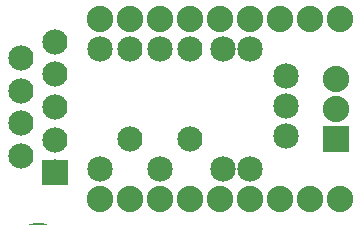
<source format=gts>
G04 MADE WITH FRITZING*
G04 WWW.FRITZING.ORG*
G04 DOUBLE SIDED*
G04 HOLES PLATED*
G04 CONTOUR ON CENTER OF CONTOUR VECTOR*
%ASAXBY*%
%FSLAX23Y23*%
%MOIN*%
%OFA0B0*%
%SFA1.0B1.0*%
%ADD10C,0.084000*%
%ADD11C,0.088000*%
%ADD12C,0.085000*%
%ADD13R,0.088000X0.088000*%
%ADD14R,0.001000X0.001000*%
%LNMASK1*%
G90*
G70*
G54D10*
X194Y172D03*
X194Y281D03*
X194Y390D03*
X194Y499D03*
X194Y608D03*
X82Y227D03*
X82Y336D03*
X82Y445D03*
X82Y554D03*
X194Y172D03*
X194Y281D03*
X194Y390D03*
X194Y499D03*
X194Y608D03*
X82Y227D03*
X82Y336D03*
X82Y445D03*
X82Y554D03*
G54D11*
X1146Y685D03*
X1046Y685D03*
X946Y685D03*
X846Y685D03*
X746Y685D03*
X646Y685D03*
X546Y685D03*
X446Y685D03*
X346Y685D03*
X346Y85D03*
X446Y85D03*
X546Y85D03*
X646Y85D03*
X746Y85D03*
X846Y85D03*
X946Y85D03*
X1046Y85D03*
X1146Y85D03*
G54D12*
X964Y294D03*
X964Y394D03*
X964Y494D03*
X546Y184D03*
X546Y584D03*
X346Y584D03*
X346Y184D03*
X844Y584D03*
X844Y184D03*
X755Y583D03*
X755Y183D03*
G54D10*
X646Y284D03*
X646Y584D03*
X646Y284D03*
X646Y584D03*
X446Y284D03*
X446Y584D03*
X446Y284D03*
X446Y584D03*
G54D11*
X1130Y284D03*
X1130Y384D03*
X1130Y484D03*
G54D13*
X1130Y284D03*
G54D14*
X153Y214D02*
X236Y214D01*
X153Y213D02*
X236Y213D01*
X153Y212D02*
X236Y212D01*
X153Y211D02*
X236Y211D01*
X153Y210D02*
X236Y210D01*
X153Y209D02*
X236Y209D01*
X153Y208D02*
X236Y208D01*
X153Y207D02*
X236Y207D01*
X153Y206D02*
X236Y206D01*
X153Y205D02*
X236Y205D01*
X153Y204D02*
X236Y204D01*
X153Y203D02*
X236Y203D01*
X153Y202D02*
X236Y202D01*
X153Y201D02*
X236Y201D01*
X153Y200D02*
X236Y200D01*
X153Y199D02*
X236Y199D01*
X153Y198D02*
X236Y198D01*
X153Y197D02*
X236Y197D01*
X153Y196D02*
X236Y196D01*
X153Y195D02*
X236Y195D01*
X153Y194D02*
X236Y194D01*
X153Y193D02*
X236Y193D01*
X153Y192D02*
X236Y192D01*
X153Y191D02*
X236Y191D01*
X153Y190D02*
X236Y190D01*
X153Y189D02*
X236Y189D01*
X153Y188D02*
X236Y188D01*
X153Y187D02*
X190Y187D01*
X199Y187D02*
X236Y187D01*
X153Y186D02*
X187Y186D01*
X202Y186D02*
X236Y186D01*
X153Y185D02*
X185Y185D01*
X203Y185D02*
X236Y185D01*
X153Y184D02*
X184Y184D01*
X204Y184D02*
X236Y184D01*
X153Y183D02*
X183Y183D01*
X206Y183D02*
X236Y183D01*
X153Y182D02*
X182Y182D01*
X206Y182D02*
X236Y182D01*
X153Y181D02*
X181Y181D01*
X207Y181D02*
X236Y181D01*
X153Y180D02*
X181Y180D01*
X208Y180D02*
X236Y180D01*
X153Y179D02*
X180Y179D01*
X208Y179D02*
X236Y179D01*
X153Y178D02*
X180Y178D01*
X209Y178D02*
X236Y178D01*
X153Y177D02*
X179Y177D01*
X209Y177D02*
X236Y177D01*
X153Y176D02*
X179Y176D01*
X209Y176D02*
X236Y176D01*
X153Y175D02*
X179Y175D01*
X210Y175D02*
X236Y175D01*
X153Y174D02*
X179Y174D01*
X210Y174D02*
X236Y174D01*
X153Y173D02*
X179Y173D01*
X210Y173D02*
X236Y173D01*
X153Y172D02*
X179Y172D01*
X210Y172D02*
X236Y172D01*
X153Y171D02*
X179Y171D01*
X210Y171D02*
X236Y171D01*
X153Y170D02*
X179Y170D01*
X210Y170D02*
X236Y170D01*
X153Y169D02*
X179Y169D01*
X209Y169D02*
X236Y169D01*
X153Y168D02*
X179Y168D01*
X209Y168D02*
X236Y168D01*
X153Y167D02*
X180Y167D01*
X209Y167D02*
X236Y167D01*
X153Y166D02*
X180Y166D01*
X208Y166D02*
X236Y166D01*
X153Y165D02*
X181Y165D01*
X208Y165D02*
X236Y165D01*
X153Y164D02*
X181Y164D01*
X207Y164D02*
X236Y164D01*
X153Y163D02*
X182Y163D01*
X206Y163D02*
X236Y163D01*
X153Y162D02*
X183Y162D01*
X205Y162D02*
X236Y162D01*
X153Y161D02*
X184Y161D01*
X204Y161D02*
X236Y161D01*
X153Y160D02*
X186Y160D01*
X203Y160D02*
X236Y160D01*
X153Y159D02*
X187Y159D01*
X201Y159D02*
X236Y159D01*
X153Y158D02*
X190Y158D01*
X198Y158D02*
X236Y158D01*
X153Y157D02*
X236Y157D01*
X153Y156D02*
X236Y156D01*
X153Y155D02*
X236Y155D01*
X153Y154D02*
X236Y154D01*
X153Y153D02*
X236Y153D01*
X153Y152D02*
X236Y152D01*
X153Y151D02*
X236Y151D01*
X153Y150D02*
X236Y150D01*
X153Y149D02*
X236Y149D01*
X153Y148D02*
X236Y148D01*
X153Y147D02*
X236Y147D01*
X153Y146D02*
X236Y146D01*
X153Y145D02*
X236Y145D01*
X153Y144D02*
X236Y144D01*
X153Y143D02*
X236Y143D01*
X153Y142D02*
X236Y142D01*
X153Y141D02*
X236Y141D01*
X153Y140D02*
X236Y140D01*
X153Y139D02*
X236Y139D01*
X153Y138D02*
X236Y138D01*
X153Y137D02*
X236Y137D01*
X153Y136D02*
X236Y136D01*
X153Y135D02*
X236Y135D01*
X153Y134D02*
X236Y134D01*
X153Y133D02*
X236Y133D01*
X153Y132D02*
X236Y132D01*
X153Y131D02*
X236Y131D01*
X127Y3D02*
X149Y3D01*
X121Y2D02*
X156Y2D01*
X116Y1D02*
X161Y1D01*
X112Y0D02*
X165Y0D01*
X108Y-1D02*
X169Y-1D01*
D02*
G04 End of Mask1*
M02*
</source>
